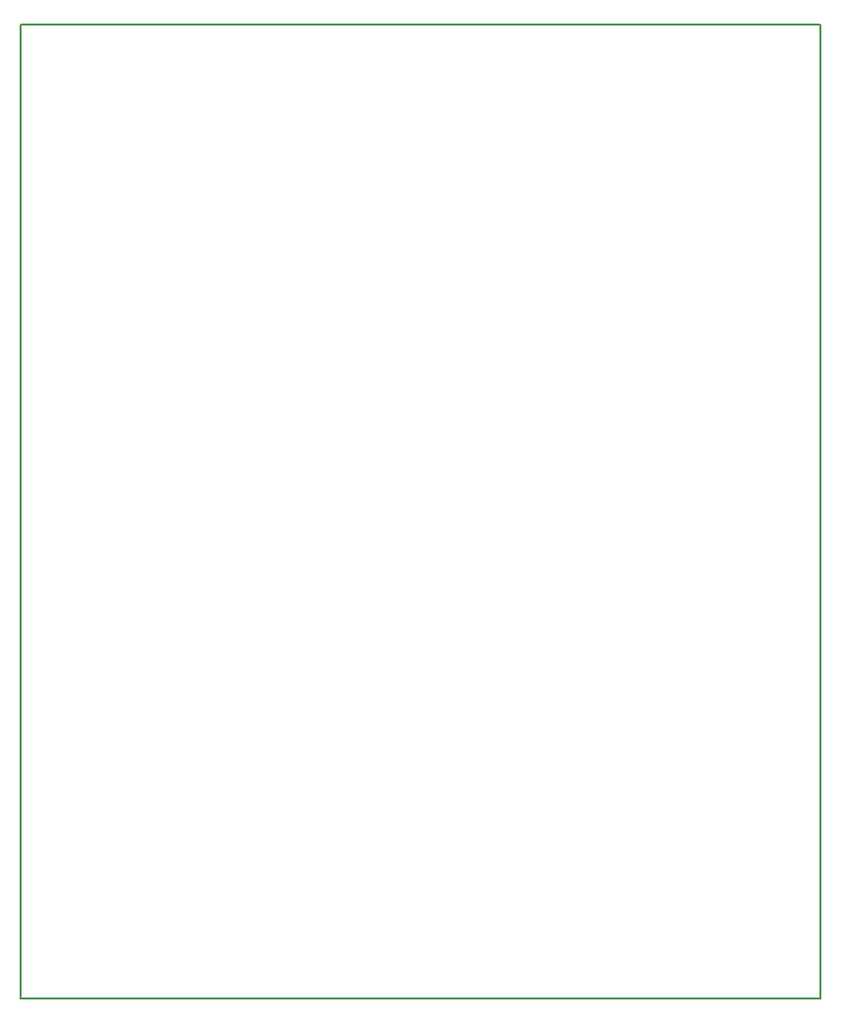
<source format=gbr>
%TF.GenerationSoftware,KiCad,Pcbnew,(5.1.6)-1*%
%TF.CreationDate,2020-07-30T18:42:53+03:00*%
%TF.ProjectId,386_v1,3338365f-7631-42e6-9b69-6361645f7063,rev?*%
%TF.SameCoordinates,Original*%
%TF.FileFunction,Other,User*%
%FSLAX46Y46*%
G04 Gerber Fmt 4.6, Leading zero omitted, Abs format (unit mm)*
G04 Created by KiCad (PCBNEW (5.1.6)-1) date 2020-07-30 18:42:53*
%MOMM*%
%LPD*%
G01*
G04 APERTURE LIST*
%ADD10C,0.150000*%
G04 APERTURE END LIST*
D10*
X29000000Y-109100000D02*
X29000000Y-25100000D01*
X98000000Y-25100000D02*
X98000000Y-109100000D01*
X98000000Y-109100000D02*
X29000000Y-109100000D01*
X29000000Y-25100000D02*
X98000000Y-25100000D01*
M02*

</source>
